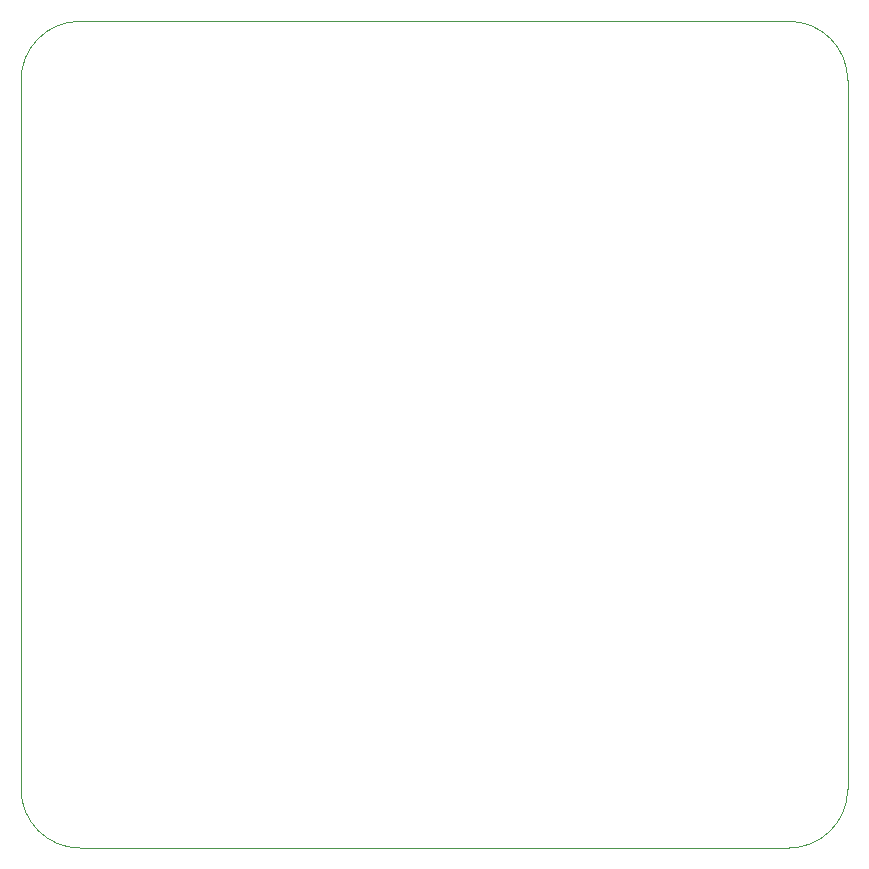
<source format=gbr>
%TF.GenerationSoftware,KiCad,Pcbnew,(6.0.9)*%
%TF.CreationDate,2022-11-26T14:01:21+01:00*%
%TF.ProjectId,PWR_PCB,5057525f-5043-4422-9e6b-696361645f70,rev?*%
%TF.SameCoordinates,Original*%
%TF.FileFunction,Profile,NP*%
%FSLAX46Y46*%
G04 Gerber Fmt 4.6, Leading zero omitted, Abs format (unit mm)*
G04 Created by KiCad (PCBNEW (6.0.9)) date 2022-11-26 14:01:21*
%MOMM*%
%LPD*%
G01*
G04 APERTURE LIST*
%TA.AperFunction,Profile*%
%ADD10C,0.050000*%
%TD*%
G04 APERTURE END LIST*
D10*
X85000000Y-35000000D02*
G75*
G03*
X80000000Y-40000000I0J-5000000D01*
G01*
X150000000Y-40000000D02*
X150000000Y-100000000D01*
X145000000Y-105000000D02*
X85000000Y-105000000D01*
X85000000Y-35000000D02*
X145000000Y-35000000D01*
X80000000Y-100000000D02*
G75*
G03*
X85000000Y-105000000I5000000J0D01*
G01*
X80000000Y-100000000D02*
X80000000Y-40000000D01*
X145000000Y-105000000D02*
G75*
G03*
X150000000Y-100000000I0J5000000D01*
G01*
X150000000Y-40000000D02*
G75*
G03*
X145000000Y-35000000I-5000000J0D01*
G01*
M02*

</source>
